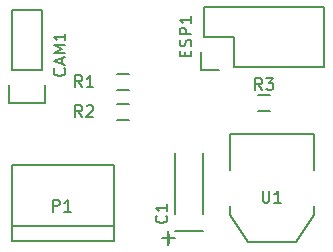
<source format=gto>
G04 #@! TF.FileFunction,Legend,Top*
%FSLAX46Y46*%
G04 Gerber Fmt 4.6, Leading zero omitted, Abs format (unit mm)*
G04 Created by KiCad (PCBNEW (2015-10-27 BZR 1, Git 48df08c)-product) date Thu 14 Jan 2016 01:38:52 AM PST*
%MOMM*%
G01*
G04 APERTURE LIST*
%ADD10C,0.100000*%
%ADD11C,0.150000*%
G04 APERTURE END LIST*
D10*
D11*
X139628880Y-104708960D02*
X139628880Y-99507040D01*
X137231120Y-99507040D02*
X137231120Y-104708960D01*
X136131300Y-106707940D02*
X137231120Y-106707940D01*
X136631680Y-107307380D02*
X136631680Y-106108500D01*
X137231120Y-106103420D02*
X139628880Y-106103420D01*
X142240000Y-92202000D02*
X149860000Y-92202000D01*
X149860000Y-92202000D02*
X149860000Y-87122000D01*
X149860000Y-87122000D02*
X139700000Y-87122000D01*
X139700000Y-87122000D02*
X139700000Y-89662000D01*
X139420000Y-90932000D02*
X139420000Y-92482000D01*
X139700000Y-89662000D02*
X142240000Y-89662000D01*
X142240000Y-89662000D02*
X142240000Y-92202000D01*
X139420000Y-92482000D02*
X140970000Y-92482000D01*
X123411100Y-106941460D02*
X132111100Y-106941460D01*
X123411100Y-100536460D02*
X132111100Y-100536460D01*
X132111100Y-100536460D02*
X132111100Y-106941460D01*
X132111100Y-105711460D02*
X123411100Y-105711460D01*
X123411100Y-106941460D02*
X123411100Y-100536460D01*
X133342000Y-94147000D02*
X132342000Y-94147000D01*
X132342000Y-92797000D02*
X133342000Y-92797000D01*
X133342000Y-96687000D02*
X132342000Y-96687000D01*
X132342000Y-95337000D02*
X133342000Y-95337000D01*
X145280000Y-95925000D02*
X144280000Y-95925000D01*
X144280000Y-94575000D02*
X145280000Y-94575000D01*
X148971000Y-100965000D02*
X148971000Y-97917000D01*
X148971000Y-97917000D02*
X141859000Y-97917000D01*
X141859000Y-97917000D02*
X141859000Y-100965000D01*
X148971000Y-104013000D02*
X148971000Y-104775000D01*
X148971000Y-104775000D02*
X147447000Y-107061000D01*
X147447000Y-107061000D02*
X143383000Y-107061000D01*
X143383000Y-107061000D02*
X141859000Y-104775000D01*
X141859000Y-104775000D02*
X141859000Y-104013000D01*
X125984000Y-92456000D02*
X125984000Y-87376000D01*
X125984000Y-87376000D02*
X123444000Y-87376000D01*
X123444000Y-87376000D02*
X123444000Y-92456000D01*
X123164000Y-95276000D02*
X123164000Y-93726000D01*
X123444000Y-92456000D02*
X125984000Y-92456000D01*
X126264000Y-93726000D02*
X126264000Y-95276000D01*
X126264000Y-95276000D02*
X123164000Y-95276000D01*
X136501143Y-104814666D02*
X136548762Y-104862285D01*
X136596381Y-105005142D01*
X136596381Y-105100380D01*
X136548762Y-105243238D01*
X136453524Y-105338476D01*
X136358286Y-105386095D01*
X136167810Y-105433714D01*
X136024952Y-105433714D01*
X135834476Y-105386095D01*
X135739238Y-105338476D01*
X135644000Y-105243238D01*
X135596381Y-105100380D01*
X135596381Y-105005142D01*
X135644000Y-104862285D01*
X135691619Y-104814666D01*
X136596381Y-103862285D02*
X136596381Y-104433714D01*
X136596381Y-104148000D02*
X135596381Y-104148000D01*
X135739238Y-104243238D01*
X135834476Y-104338476D01*
X135882095Y-104433714D01*
X136700569Y-107088892D02*
X136700569Y-106326987D01*
X137081521Y-106707939D02*
X136319616Y-106707939D01*
X138104571Y-91328667D02*
X138104571Y-90995333D01*
X138628381Y-90852476D02*
X138628381Y-91328667D01*
X137628381Y-91328667D01*
X137628381Y-90852476D01*
X138580762Y-90471524D02*
X138628381Y-90328667D01*
X138628381Y-90090571D01*
X138580762Y-89995333D01*
X138533143Y-89947714D01*
X138437905Y-89900095D01*
X138342667Y-89900095D01*
X138247429Y-89947714D01*
X138199810Y-89995333D01*
X138152190Y-90090571D01*
X138104571Y-90281048D01*
X138056952Y-90376286D01*
X138009333Y-90423905D01*
X137914095Y-90471524D01*
X137818857Y-90471524D01*
X137723619Y-90423905D01*
X137676000Y-90376286D01*
X137628381Y-90281048D01*
X137628381Y-90042952D01*
X137676000Y-89900095D01*
X138628381Y-89471524D02*
X137628381Y-89471524D01*
X137628381Y-89090571D01*
X137676000Y-88995333D01*
X137723619Y-88947714D01*
X137818857Y-88900095D01*
X137961714Y-88900095D01*
X138056952Y-88947714D01*
X138104571Y-88995333D01*
X138152190Y-89090571D01*
X138152190Y-89471524D01*
X138628381Y-87947714D02*
X138628381Y-88519143D01*
X138628381Y-88233429D02*
X137628381Y-88233429D01*
X137771238Y-88328667D01*
X137866476Y-88423905D01*
X137914095Y-88519143D01*
X126896905Y-104465381D02*
X126896905Y-103465381D01*
X127277858Y-103465381D01*
X127373096Y-103513000D01*
X127420715Y-103560619D01*
X127468334Y-103655857D01*
X127468334Y-103798714D01*
X127420715Y-103893952D01*
X127373096Y-103941571D01*
X127277858Y-103989190D01*
X126896905Y-103989190D01*
X128420715Y-104465381D02*
X127849286Y-104465381D01*
X128135000Y-104465381D02*
X128135000Y-103465381D01*
X128039762Y-103608238D01*
X127944524Y-103703476D01*
X127849286Y-103751095D01*
X129373334Y-93924381D02*
X129040000Y-93448190D01*
X128801905Y-93924381D02*
X128801905Y-92924381D01*
X129182858Y-92924381D01*
X129278096Y-92972000D01*
X129325715Y-93019619D01*
X129373334Y-93114857D01*
X129373334Y-93257714D01*
X129325715Y-93352952D01*
X129278096Y-93400571D01*
X129182858Y-93448190D01*
X128801905Y-93448190D01*
X130325715Y-93924381D02*
X129754286Y-93924381D01*
X130040000Y-93924381D02*
X130040000Y-92924381D01*
X129944762Y-93067238D01*
X129849524Y-93162476D01*
X129754286Y-93210095D01*
X129373334Y-96464381D02*
X129040000Y-95988190D01*
X128801905Y-96464381D02*
X128801905Y-95464381D01*
X129182858Y-95464381D01*
X129278096Y-95512000D01*
X129325715Y-95559619D01*
X129373334Y-95654857D01*
X129373334Y-95797714D01*
X129325715Y-95892952D01*
X129278096Y-95940571D01*
X129182858Y-95988190D01*
X128801905Y-95988190D01*
X129754286Y-95559619D02*
X129801905Y-95512000D01*
X129897143Y-95464381D01*
X130135239Y-95464381D01*
X130230477Y-95512000D01*
X130278096Y-95559619D01*
X130325715Y-95654857D01*
X130325715Y-95750095D01*
X130278096Y-95892952D01*
X129706667Y-96464381D01*
X130325715Y-96464381D01*
X144613334Y-94178381D02*
X144280000Y-93702190D01*
X144041905Y-94178381D02*
X144041905Y-93178381D01*
X144422858Y-93178381D01*
X144518096Y-93226000D01*
X144565715Y-93273619D01*
X144613334Y-93368857D01*
X144613334Y-93511714D01*
X144565715Y-93606952D01*
X144518096Y-93654571D01*
X144422858Y-93702190D01*
X144041905Y-93702190D01*
X144946667Y-93178381D02*
X145565715Y-93178381D01*
X145232381Y-93559333D01*
X145375239Y-93559333D01*
X145470477Y-93606952D01*
X145518096Y-93654571D01*
X145565715Y-93749810D01*
X145565715Y-93987905D01*
X145518096Y-94083143D01*
X145470477Y-94130762D01*
X145375239Y-94178381D01*
X145089524Y-94178381D01*
X144994286Y-94130762D01*
X144946667Y-94083143D01*
X144653095Y-102703381D02*
X144653095Y-103512905D01*
X144700714Y-103608143D01*
X144748333Y-103655762D01*
X144843571Y-103703381D01*
X145034048Y-103703381D01*
X145129286Y-103655762D01*
X145176905Y-103608143D01*
X145224524Y-103512905D01*
X145224524Y-102703381D01*
X146224524Y-103703381D02*
X145653095Y-103703381D01*
X145938809Y-103703381D02*
X145938809Y-102703381D01*
X145843571Y-102846238D01*
X145748333Y-102941476D01*
X145653095Y-102989095D01*
X127865143Y-92352666D02*
X127912762Y-92400285D01*
X127960381Y-92543142D01*
X127960381Y-92638380D01*
X127912762Y-92781238D01*
X127817524Y-92876476D01*
X127722286Y-92924095D01*
X127531810Y-92971714D01*
X127388952Y-92971714D01*
X127198476Y-92924095D01*
X127103238Y-92876476D01*
X127008000Y-92781238D01*
X126960381Y-92638380D01*
X126960381Y-92543142D01*
X127008000Y-92400285D01*
X127055619Y-92352666D01*
X127674667Y-91971714D02*
X127674667Y-91495523D01*
X127960381Y-92066952D02*
X126960381Y-91733619D01*
X127960381Y-91400285D01*
X127960381Y-91066952D02*
X126960381Y-91066952D01*
X127674667Y-90733618D01*
X126960381Y-90400285D01*
X127960381Y-90400285D01*
X127960381Y-89400285D02*
X127960381Y-89971714D01*
X127960381Y-89686000D02*
X126960381Y-89686000D01*
X127103238Y-89781238D01*
X127198476Y-89876476D01*
X127246095Y-89971714D01*
M02*

</source>
